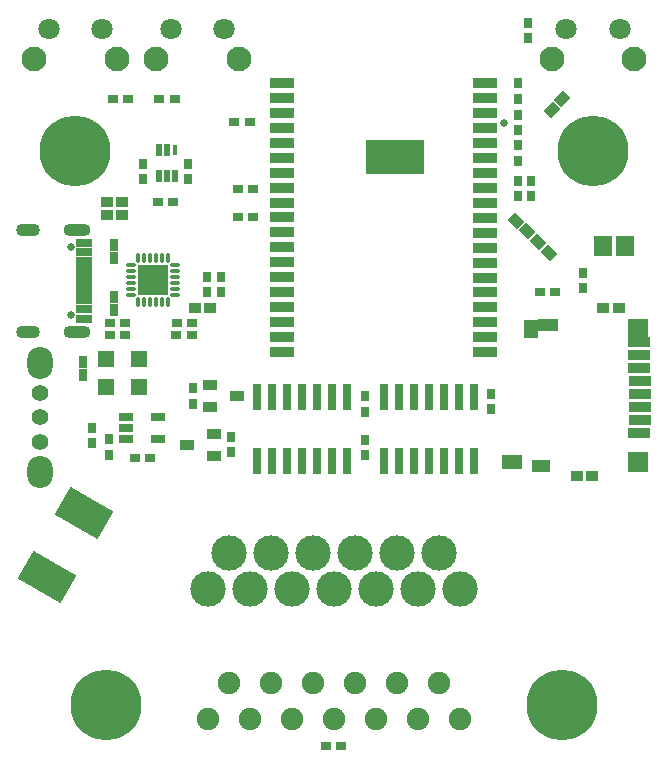
<source format=gbr>
G04 DipTrace 3.3.1.3*
G04 BottomMask.gbr*
%MOIN*%
G04 #@! TF.FileFunction,Soldermask,Bot*
G04 #@! TF.Part,Single*
%AMOUTLINE1*
4,1,4,
-0.027839,0.002783,
-0.002783,0.027839,
0.027839,-0.002783,
0.002783,-0.027839,
-0.027839,0.002783,
0*%
%AMOUTLINE3*
4,1,4,
0.098176,0.00469,
0.045026,-0.087368,
-0.098176,-0.00469,
-0.045026,0.087368,
0.098176,0.00469,
0*%
%AMOUTLINE6*
4,1,4,
-0.021654,-0.017717,
-0.021654,0.017717,
0.021654,0.017717,
0.021654,-0.017717,
-0.021654,-0.017717,
0*%
%AMOUTLINE8*
4,1,4,
-0.002783,-0.027839,
-0.027839,-0.002783,
0.002783,0.027839,
0.027839,0.002783,
-0.002783,-0.027839,
0*%
%ADD19C,0.024999*%
%ADD21R,0.027559X0.035433*%
%ADD22R,0.035433X0.027559*%
%ADD33R,0.015748X0.035433*%
%ADD38C,0.074803*%
%ADD48R,0.07874X0.035433*%
%ADD49R,0.19685X0.11811*%
%ADD52O,0.033465X0.011811*%
%ADD53O,0.011811X0.033465*%
%ADD65C,0.23622*%
%ADD66C,0.025591*%
%ADD76R,0.051181X0.031496*%
%ADD78R,0.031496X0.086614*%
%ADD80R,0.104331X0.104331*%
%ADD90R,0.047244X0.064961*%
%ADD92R,0.066929X0.03937*%
%ADD94R,0.062992X0.03937*%
%ADD96R,0.068898X0.047244*%
%ADD98R,0.066929X0.066929*%
%ADD100R,0.066929X0.059055*%
%ADD102R,0.076772X0.035433*%
%ADD104C,0.055118*%
%ADD106O,0.086614X0.106299*%
%ADD108C,0.082677*%
%ADD109C,0.070866*%
%ADD110R,0.059055X0.066929*%
%ADD112R,0.049213X0.033465*%
%ADD114R,0.023622X0.043307*%
%ADD116C,0.11811*%
%ADD118O,0.090551X0.043307*%
%ADD120O,0.07874X0.043307*%
%ADD122R,0.052756X0.031496*%
%ADD124R,0.052756X0.019685*%
%ADD127R,0.055118X0.055118*%
%ADD129R,0.031496X0.03937*%
%ADD131R,0.043307X0.035433*%
%ADD138OUTLINE1*%
%ADD140OUTLINE3*%
%ADD143OUTLINE6*%
%ADD145OUTLINE8*%
%FSLAX26Y26*%
G04*
G70*
G90*
G75*
G01*
G04 BotMask*
%LPD*%
D21*
X2081203Y2631203D3*
Y2682385D3*
X831205Y2362454D3*
Y2413635D3*
D138*
X2186320Y2116293D3*
X2150129Y2152484D3*
D21*
X1092421Y1985748D3*
Y2036929D3*
X1046533Y1986375D3*
Y2037556D3*
X1572592Y1639164D3*
Y1587983D3*
D22*
X944175Y1883858D3*
X995356D3*
X943327Y1841730D3*
X994508D3*
D21*
X1990948Y1646568D3*
Y1595387D3*
X718703Y1495475D3*
Y1444294D3*
D22*
X856203Y1432975D3*
X805022D3*
D140*
X637453Y1249954D3*
X513437Y1035152D3*
D129*
X737454Y2099953D3*
Y2143260D3*
Y1968703D3*
Y1925396D3*
X632080Y1752566D3*
Y1709259D3*
D127*
X820100Y1764923D3*
X709864D3*
X820100Y1671173D3*
X709864D3*
D65*
X2331203Y2456203D3*
X606203D3*
X2227759Y609747D3*
X709648D3*
D38*
X1048231Y564913D3*
X1118310Y684992D3*
X1188388Y564913D3*
X1258467Y684992D3*
X1328546Y564913D3*
X1398625Y684992D3*
X1468703Y564913D3*
X1538782Y684992D3*
X1608861Y564913D3*
X1678940Y684992D3*
X1749018Y564913D3*
X1819097Y684992D3*
X1889176Y564913D3*
D124*
X635124Y1955406D3*
Y1975091D3*
Y1994776D3*
Y2014461D3*
Y2034146D3*
Y2053831D3*
Y2073516D3*
Y2093201D3*
D122*
Y2118792D3*
Y2150288D3*
Y1898319D3*
Y1929815D3*
D120*
X448116Y1854225D3*
Y2194382D3*
D118*
X612683Y1854225D3*
Y2194382D3*
D66*
X592998Y1910524D3*
Y2138083D3*
D116*
X1889176Y996164D3*
X1819097Y1116243D3*
X1749018Y996164D3*
X1678940Y1116243D3*
X1608861Y996164D3*
X1538782Y1116243D3*
X1468703Y996164D3*
X1398625Y1116243D3*
X1328546Y996164D3*
X1258467Y1116243D3*
X1188388Y996164D3*
X1118310Y1116243D3*
X1048231Y996164D3*
D114*
X886430Y2458503D3*
X912021D3*
D33*
X937612D3*
D114*
Y2371888D3*
X912021D3*
X886430D3*
D112*
X1056203Y1601724D3*
Y1676528D3*
X1146755Y1639126D3*
X1068703Y1514224D3*
Y1439421D3*
X978152Y1476823D3*
D22*
X1137285Y2553198D3*
X1188466D3*
D21*
X2081643Y2526892D3*
Y2578074D3*
X2114203Y2832248D3*
Y2883429D3*
X2081202Y2306203D3*
Y2357385D3*
D22*
X932499Y2285282D3*
X881318D3*
D21*
X981203Y2362454D3*
Y2413635D3*
X2124954Y2306576D3*
Y2357757D3*
D138*
X2113101Y2188631D3*
X2076909Y2224823D3*
D22*
X773538Y1883996D3*
X722357D3*
D143*
X1004949Y1933323D3*
X1056130D3*
D22*
X773538Y1843064D3*
X722357D3*
D21*
X2081202Y2424362D3*
Y2475543D3*
D22*
X731203Y2631203D3*
X782385D3*
X887454D3*
X938635D3*
D145*
X2230507Y2630214D3*
X2194315Y2594022D3*
D21*
X1572543Y1442888D3*
Y1494070D3*
D22*
X1199953Y2331203D3*
X1148772D3*
D21*
X2299954Y1999953D3*
Y2051134D3*
D22*
X1199953Y2237454D3*
X1148772D3*
D21*
X999953Y1614224D3*
Y1665406D3*
X1124953Y1451726D3*
Y1502907D3*
X662453Y1532975D3*
Y1481794D3*
D22*
X2156203Y1987453D3*
X2207385D3*
X1441974Y474802D3*
X1493155D3*
D131*
X762453Y2243703D3*
X711272D3*
X762453Y2287453D3*
X711272D3*
X2417996Y1932121D3*
X2366815D3*
X2329777Y1373146D3*
X2278596D3*
D110*
X2365971Y2139921D3*
X2440774D3*
D109*
X924953Y2862453D3*
X1102118D3*
D108*
X875740Y2764028D3*
X1151331D3*
D109*
X2243703Y2863011D3*
X2420869D3*
D108*
X2194491Y2764585D3*
X2470081D3*
D109*
X518703Y2862463D3*
X695869D3*
D108*
X469491Y2764038D3*
X745081D3*
D106*
X489256Y1749877D3*
D104*
Y1649867D3*
Y1568627D3*
Y1487377D3*
D106*
Y1387367D3*
D102*
X2487454Y1818703D3*
Y1775357D3*
Y1732089D3*
X2487467Y1688756D3*
Y1645449D3*
Y1602155D3*
Y1558835D3*
X2487454Y1515554D3*
D100*
X2482730Y1865908D3*
D98*
Y1419058D3*
D96*
X2062074Y1421433D3*
D94*
X2157743Y1405304D3*
D92*
X2183360Y1875751D3*
D90*
X2124304Y1863192D3*
D48*
X1972017Y2684688D3*
X1972411Y2634688D3*
Y2584688D3*
Y2534688D3*
Y2484688D3*
Y2434688D3*
Y2384688D3*
Y2334688D3*
Y2284688D3*
Y2234688D3*
Y2184688D3*
Y2134688D3*
Y2084688D3*
Y2034688D3*
X1294377Y2035068D3*
Y2085068D3*
Y2135068D3*
Y2185067D3*
Y2235068D3*
Y1785068D3*
Y1835068D3*
Y1885068D3*
Y1935068D3*
Y1985068D3*
X1294379Y2284727D3*
Y2334727D3*
Y2384727D3*
Y2434727D3*
Y2484727D3*
Y2534727D3*
Y2584727D3*
Y2634727D3*
Y2684727D3*
D49*
X1672017Y2436577D3*
D48*
X1972407Y1985028D3*
Y1935028D3*
Y1885028D3*
Y1835028D3*
Y1785028D3*
D52*
X940695Y2076032D3*
Y2056346D3*
Y2036661D3*
Y2016976D3*
Y1997291D3*
Y1977606D3*
D53*
X915105Y1952016D3*
X895420D3*
X875735D3*
X856050D3*
X836365D3*
X816679D3*
D52*
X791089Y1977606D3*
Y1997291D3*
Y2016976D3*
Y2036661D3*
Y2056346D3*
Y2076032D3*
D53*
X816679Y2101622D3*
X836365D3*
X856050D3*
X875735D3*
X895420D3*
X915105D3*
D80*
X865892Y2026819D3*
D78*
X1512453Y1424953D3*
X1462453D3*
X1412453D3*
X1362453D3*
X1312453D3*
X1262453D3*
X1212453D3*
Y1637551D3*
X1262453D3*
X1312453D3*
X1362453D3*
X1412453D3*
X1462453D3*
X1512453D3*
X1937453Y1424953D3*
X1887453D3*
X1837453D3*
X1787453D3*
X1737453D3*
X1687453D3*
X1637453D3*
Y1637551D3*
X1687453D3*
X1737453D3*
X1787453D3*
X1837453D3*
X1887453D3*
X1937453D3*
D76*
X774953Y1495475D3*
Y1532877D3*
Y1570278D3*
X881252D3*
Y1495475D3*
D19*
X2037453Y2549953D3*
M02*

</source>
